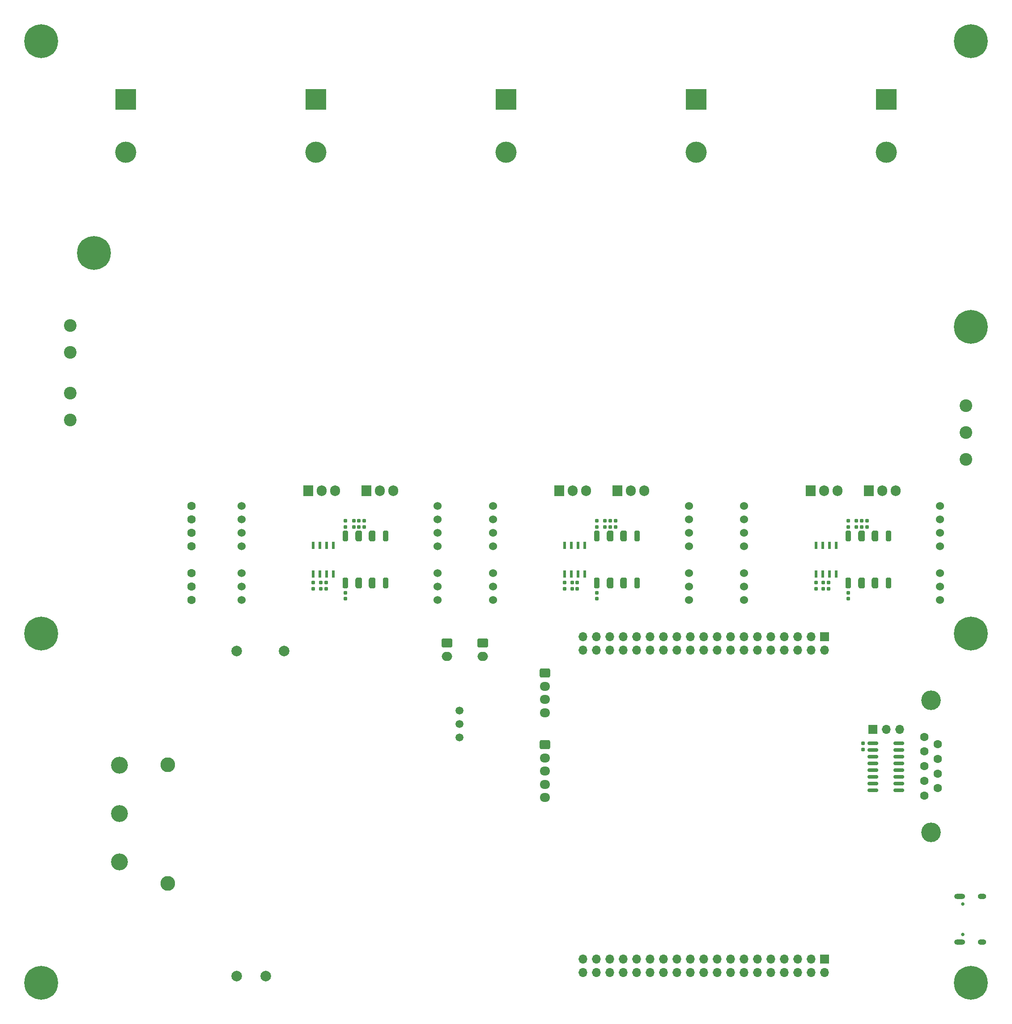
<source format=gbr>
%TF.GenerationSoftware,KiCad,Pcbnew,7.0.5-7.0.5~ubuntu22.04.1*%
%TF.CreationDate,2023-07-11T09:47:34+02:00*%
%TF.ProjectId,Inverter_KiCAD,496e7665-7274-4657-925f-4b694341442e,rev?*%
%TF.SameCoordinates,Original*%
%TF.FileFunction,Soldermask,Bot*%
%TF.FilePolarity,Negative*%
%FSLAX46Y46*%
G04 Gerber Fmt 4.6, Leading zero omitted, Abs format (unit mm)*
G04 Created by KiCad (PCBNEW 7.0.5-7.0.5~ubuntu22.04.1) date 2023-07-11 09:47:34*
%MOMM*%
%LPD*%
G01*
G04 APERTURE LIST*
G04 Aperture macros list*
%AMRoundRect*
0 Rectangle with rounded corners*
0 $1 Rounding radius*
0 $2 $3 $4 $5 $6 $7 $8 $9 X,Y pos of 4 corners*
0 Add a 4 corners polygon primitive as box body*
4,1,4,$2,$3,$4,$5,$6,$7,$8,$9,$2,$3,0*
0 Add four circle primitives for the rounded corners*
1,1,$1+$1,$2,$3*
1,1,$1+$1,$4,$5*
1,1,$1+$1,$6,$7*
1,1,$1+$1,$8,$9*
0 Add four rect primitives between the rounded corners*
20,1,$1+$1,$2,$3,$4,$5,0*
20,1,$1+$1,$4,$5,$6,$7,0*
20,1,$1+$1,$6,$7,$8,$9,0*
20,1,$1+$1,$8,$9,$2,$3,0*%
G04 Aperture macros list end*
%ADD10C,1.524000*%
%ADD11R,4.000000X4.000000*%
%ADD12C,4.000000*%
%ADD13C,1.600000*%
%ADD14R,1.905000X2.000000*%
%ADD15O,1.905000X2.000000*%
%ADD16C,2.400000*%
%ADD17C,0.800000*%
%ADD18C,6.400000*%
%ADD19C,0.650000*%
%ADD20O,2.100000X1.000000*%
%ADD21O,1.600000X1.000000*%
%ADD22RoundRect,0.250000X-0.725000X0.600000X-0.725000X-0.600000X0.725000X-0.600000X0.725000X0.600000X0*%
%ADD23O,1.950000X1.700000*%
%ADD24R,1.700000X1.700000*%
%ADD25O,1.700000X1.700000*%
%ADD26C,2.006600*%
%ADD27C,1.600200*%
%ADD28C,3.708400*%
%ADD29C,1.498600*%
%ADD30RoundRect,0.250000X-0.750000X0.600000X-0.750000X-0.600000X0.750000X-0.600000X0.750000X0.600000X0*%
%ADD31O,2.000000X1.700000*%
%ADD32C,2.800000*%
%ADD33C,3.200000*%
%ADD34RoundRect,0.155000X-0.155000X0.212500X-0.155000X-0.212500X0.155000X-0.212500X0.155000X0.212500X0*%
%ADD35RoundRect,0.160000X-0.160000X0.197500X-0.160000X-0.197500X0.160000X-0.197500X0.160000X0.197500X0*%
%ADD36R,0.508000X1.460500*%
%ADD37RoundRect,0.160000X0.160000X-0.197500X0.160000X0.197500X-0.160000X0.197500X-0.160000X-0.197500X0*%
%ADD38RoundRect,0.155000X0.155000X-0.212500X0.155000X0.212500X-0.155000X0.212500X-0.155000X-0.212500X0*%
%ADD39RoundRect,0.254000X-0.254000X-0.746000X0.254000X-0.746000X0.254000X0.746000X-0.254000X0.746000X0*%
%ADD40RoundRect,0.317500X-0.317500X-0.682500X0.317500X-0.682500X0.317500X0.682500X-0.317500X0.682500X0*%
%ADD41RoundRect,0.265000X-0.265000X-0.735000X0.265000X-0.735000X0.265000X0.735000X-0.265000X0.735000X0*%
%ADD42RoundRect,0.150000X0.825000X0.150000X-0.825000X0.150000X-0.825000X-0.150000X0.825000X-0.150000X0*%
G04 APERTURE END LIST*
D10*
%TO.C,U301*%
X122500000Y-123592500D03*
X122500000Y-121052500D03*
X122500000Y-118512500D03*
X122500000Y-113432500D03*
X122500000Y-110892500D03*
X122500000Y-108352500D03*
X122500000Y-105812500D03*
%TD*%
D11*
%TO.C,C1004*%
X89000000Y-29000000D03*
D12*
X89000000Y-39000000D03*
%TD*%
D13*
%TO.C,U701*%
X65500000Y-123592500D03*
X65500000Y-121052500D03*
X65500000Y-118512500D03*
X65500000Y-113432500D03*
X65500000Y-110892500D03*
X65500000Y-108352500D03*
X65500000Y-105812500D03*
%TD*%
D14*
%TO.C,Q202*%
X87540000Y-102940000D03*
D15*
X90080000Y-102940000D03*
X92620000Y-102940000D03*
%TD*%
D16*
%TO.C,J104*%
X212000000Y-86920000D03*
X212000000Y-92000000D03*
X212000000Y-97080000D03*
%TD*%
D14*
%TO.C,Q403*%
X193660000Y-102940000D03*
D15*
X196200000Y-102940000D03*
X198740000Y-102940000D03*
%TD*%
D17*
%TO.C,H103*%
X215400000Y-196000000D03*
X214697056Y-197697056D03*
X214697056Y-194302944D03*
X213000000Y-198400000D03*
D18*
X213000000Y-196000000D03*
D17*
X213000000Y-193600000D03*
X211302944Y-197697056D03*
X211302944Y-194302944D03*
X210600000Y-196000000D03*
%TD*%
%TO.C,H108*%
X44600000Y-58000000D03*
X45302944Y-56302944D03*
X45302944Y-59697056D03*
X47000000Y-55600000D03*
D18*
X47000000Y-58000000D03*
D17*
X47000000Y-60400000D03*
X48697056Y-56302944D03*
X48697056Y-59697056D03*
X49400000Y-58000000D03*
%TD*%
%TO.C,H107*%
X210600000Y-72000000D03*
X211302944Y-70302944D03*
X211302944Y-73697056D03*
X213000000Y-69600000D03*
D18*
X213000000Y-72000000D03*
D17*
X213000000Y-74400000D03*
X214697056Y-70302944D03*
X214697056Y-73697056D03*
X215400000Y-72000000D03*
%TD*%
D19*
%TO.C,J801*%
X211400000Y-186890000D03*
X211400000Y-181110000D03*
D20*
X210870000Y-188320000D03*
D21*
X215050000Y-188320000D03*
D20*
X210870000Y-179680000D03*
D21*
X215050000Y-179680000D03*
%TD*%
D22*
%TO.C,J802*%
X132400000Y-151000000D03*
D23*
X132400000Y-153500000D03*
X132400000Y-156000000D03*
X132400000Y-158500000D03*
X132400000Y-161000000D03*
%TD*%
D14*
%TO.C,Q303*%
X146100000Y-102940000D03*
D15*
X148640000Y-102940000D03*
X151180000Y-102940000D03*
%TD*%
D11*
%TO.C,C1003*%
X125000000Y-29000000D03*
D12*
X125000000Y-39000000D03*
%TD*%
D24*
%TO.C,J101*%
X185260000Y-130570000D03*
D25*
X185260000Y-133110000D03*
X182720000Y-130570000D03*
X182720000Y-133110000D03*
X180180000Y-130570000D03*
X180180000Y-133110000D03*
X177640000Y-130570000D03*
X177640000Y-133110000D03*
X175100000Y-130570000D03*
X175100000Y-133110000D03*
X172560000Y-130570000D03*
X172560000Y-133110000D03*
X170020000Y-130570000D03*
X170020000Y-133110000D03*
X167480000Y-130570000D03*
X167480000Y-133110000D03*
X164940000Y-130570000D03*
X164940000Y-133110000D03*
X162400000Y-130570000D03*
X162400000Y-133110000D03*
X159860000Y-130570000D03*
X159860000Y-133110000D03*
X157320000Y-130570000D03*
X157320000Y-133110000D03*
X154780000Y-130570000D03*
X154780000Y-133110000D03*
X152240000Y-130570000D03*
X152240000Y-133110000D03*
X149700000Y-130570000D03*
X149700000Y-133110000D03*
X147160000Y-130570000D03*
X147160000Y-133110000D03*
X144620000Y-130570000D03*
X144620000Y-133110000D03*
X142080000Y-130570000D03*
X142080000Y-133110000D03*
X139540000Y-130570000D03*
X139540000Y-133110000D03*
%TD*%
D17*
%TO.C,H102*%
X34600000Y-130000000D03*
X35302944Y-128302944D03*
X35302944Y-131697056D03*
X37000000Y-127600000D03*
D18*
X37000000Y-130000000D03*
D17*
X37000000Y-132400000D03*
X38697056Y-128302944D03*
X38697056Y-131697056D03*
X39400000Y-130000000D03*
%TD*%
D26*
%TO.C,U501*%
X74000000Y-194750000D03*
X79499999Y-194750000D03*
X83000000Y-133249996D03*
X74000000Y-133249996D03*
%TD*%
D14*
%TO.C,Q203*%
X98540000Y-102940000D03*
D15*
X101080000Y-102940000D03*
X103620000Y-102940000D03*
%TD*%
D14*
%TO.C,Q402*%
X182660000Y-102940000D03*
D15*
X185200000Y-102940000D03*
X187740000Y-102940000D03*
%TD*%
D17*
%TO.C,H104*%
X210600000Y-130000000D03*
X211302944Y-128302944D03*
X211302944Y-131697056D03*
X213000000Y-127600000D03*
D18*
X213000000Y-130000000D03*
D17*
X213000000Y-132400000D03*
X214697056Y-128302944D03*
X214697056Y-131697056D03*
X215400000Y-130000000D03*
%TD*%
D24*
%TO.C,J1302*%
X194400000Y-148100000D03*
D25*
X196940000Y-148100000D03*
X199480000Y-148100000D03*
%TD*%
D16*
%TO.C,J102*%
X42525000Y-76825000D03*
X42525000Y-71745000D03*
%TD*%
D27*
%TO.C,J1301*%
X204160000Y-149515000D03*
X204160000Y-152285000D03*
X204160000Y-155054999D03*
X204160000Y-157824999D03*
X204160000Y-160594998D03*
X206700000Y-150900000D03*
X206700000Y-153670000D03*
X206700000Y-156439999D03*
X206700000Y-159209999D03*
D28*
X205430000Y-167549998D03*
X205430000Y-142560000D03*
%TD*%
D11*
%TO.C,C1002*%
X161000000Y-29000000D03*
D12*
X161000000Y-39000000D03*
%TD*%
D29*
%TO.C,U502*%
X116154000Y-144560000D03*
X116154000Y-147100000D03*
X116154000Y-149640000D03*
%TD*%
D30*
%TO.C,J1102*%
X113800000Y-131800000D03*
D31*
X113800000Y-134300000D03*
%TD*%
D22*
%TO.C,J804*%
X132400000Y-137462500D03*
D23*
X132400000Y-139962500D03*
X132400000Y-142462500D03*
X132400000Y-144962500D03*
%TD*%
D32*
%TO.C,F501*%
X61000000Y-177250000D03*
X61000000Y-154750000D03*
%TD*%
D33*
%TO.C,J501*%
X51825000Y-173140000D03*
X51825000Y-164000000D03*
X51825000Y-154860000D03*
%TD*%
D14*
%TO.C,Q302*%
X135100000Y-102940000D03*
D15*
X137640000Y-102940000D03*
X140180000Y-102940000D03*
%TD*%
D30*
%TO.C,J1101*%
X120600000Y-131800000D03*
D31*
X120600000Y-134300000D03*
%TD*%
D17*
%TO.C,H101*%
X34600000Y-196000000D03*
X35302944Y-194302944D03*
X35302944Y-197697056D03*
X37000000Y-193600000D03*
D18*
X37000000Y-196000000D03*
D17*
X37000000Y-198400000D03*
X38697056Y-194302944D03*
X38697056Y-197697056D03*
X39400000Y-196000000D03*
%TD*%
D24*
%TO.C,J103*%
X185260000Y-191530000D03*
D25*
X185260000Y-194070000D03*
X182720000Y-191530000D03*
X182720000Y-194070000D03*
X180180000Y-191530000D03*
X180180000Y-194070000D03*
X177640000Y-191530000D03*
X177640000Y-194070000D03*
X175100000Y-191530000D03*
X175100000Y-194070000D03*
X172560000Y-191530000D03*
X172560000Y-194070000D03*
X170020000Y-191530000D03*
X170020000Y-194070000D03*
X167480000Y-191530000D03*
X167480000Y-194070000D03*
X164940000Y-191530000D03*
X164940000Y-194070000D03*
X162400000Y-191530000D03*
X162400000Y-194070000D03*
X159860000Y-191530000D03*
X159860000Y-194070000D03*
X157320000Y-191530000D03*
X157320000Y-194070000D03*
X154780000Y-191530000D03*
X154780000Y-194070000D03*
X152240000Y-191530000D03*
X152240000Y-194070000D03*
X149700000Y-191530000D03*
X149700000Y-194070000D03*
X147160000Y-191530000D03*
X147160000Y-194070000D03*
X144620000Y-191530000D03*
X144620000Y-194070000D03*
X142080000Y-191530000D03*
X142080000Y-194070000D03*
X139540000Y-191530000D03*
X139540000Y-194070000D03*
%TD*%
D10*
%TO.C,U302*%
X159600000Y-105812500D03*
X159600000Y-108352500D03*
X159600000Y-110892500D03*
X159600000Y-113432500D03*
X159600000Y-118512500D03*
X159600000Y-121052500D03*
X159600000Y-123592500D03*
%TD*%
%TO.C,U202*%
X112040000Y-123592500D03*
X112040000Y-121052500D03*
X112040000Y-118512500D03*
X112040000Y-113432500D03*
X112040000Y-110892500D03*
X112040000Y-108352500D03*
X112040000Y-105812500D03*
%TD*%
D11*
%TO.C,C1001*%
X197000000Y-29000000D03*
D12*
X197000000Y-39000000D03*
%TD*%
D10*
%TO.C,U201*%
X74940000Y-123592500D03*
X74940000Y-121052500D03*
X74940000Y-118512500D03*
X74940000Y-113432500D03*
X74940000Y-110892500D03*
X74940000Y-108352500D03*
X74940000Y-105812500D03*
%TD*%
D11*
%TO.C,C1005*%
X53000000Y-29000000D03*
D12*
X53000000Y-39000000D03*
%TD*%
D10*
%TO.C,U402*%
X207160000Y-123592500D03*
X207160000Y-121052500D03*
X207160000Y-118512500D03*
X207160000Y-113432500D03*
X207160000Y-110892500D03*
X207160000Y-108352500D03*
X207160000Y-105812500D03*
%TD*%
D17*
%TO.C,H105*%
X34600000Y-18000000D03*
X35302944Y-16302944D03*
X35302944Y-19697056D03*
X37000000Y-15600000D03*
D18*
X37000000Y-18000000D03*
D17*
X37000000Y-20400000D03*
X38697056Y-16302944D03*
X38697056Y-19697056D03*
X39400000Y-18000000D03*
%TD*%
D10*
%TO.C,U401*%
X170060000Y-123592500D03*
X170060000Y-121052500D03*
X170060000Y-118512500D03*
X170060000Y-113432500D03*
X170060000Y-110892500D03*
X170060000Y-108352500D03*
X170060000Y-105812500D03*
%TD*%
D17*
%TO.C,H106*%
X210600000Y-18000000D03*
X211302944Y-16302944D03*
X211302944Y-19697056D03*
X213000000Y-15600000D03*
D18*
X213000000Y-18000000D03*
D17*
X213000000Y-20400000D03*
X214697056Y-16302944D03*
X214697056Y-19697056D03*
X215400000Y-18000000D03*
%TD*%
D16*
%TO.C,J901*%
X42525000Y-84545000D03*
X42525000Y-89625000D03*
%TD*%
D34*
%TO.C,C410*%
X185060000Y-121487500D03*
X185060000Y-120352500D03*
%TD*%
D35*
%TO.C,R205*%
X96170000Y-108642500D03*
X96170000Y-109837500D03*
%TD*%
D36*
%TO.C,U204*%
X88540000Y-113275850D03*
X89810000Y-113275850D03*
X91080000Y-113275850D03*
X92350000Y-113275850D03*
X92350000Y-118724150D03*
X91080000Y-118724150D03*
X89810000Y-118724150D03*
X88540000Y-118724150D03*
%TD*%
D34*
%TO.C,C211*%
X90940000Y-120352500D03*
X90940000Y-121487500D03*
%TD*%
D36*
%TO.C,U404*%
X183660000Y-113275850D03*
X184930000Y-113275850D03*
X186200000Y-113275850D03*
X187470000Y-113275850D03*
X187470000Y-118724150D03*
X186200000Y-118724150D03*
X184930000Y-118724150D03*
X183660000Y-118724150D03*
%TD*%
D34*
%TO.C,C311*%
X138500000Y-120352500D03*
X138500000Y-121487500D03*
%TD*%
%TO.C,C210*%
X89940000Y-120352500D03*
X89940000Y-121487500D03*
%TD*%
D37*
%TO.C,R206*%
X98170000Y-109837500D03*
X98170000Y-108642500D03*
%TD*%
D38*
%TO.C,C205*%
X97170000Y-109807500D03*
X97170000Y-108672500D03*
%TD*%
D34*
%TO.C,C308*%
X142190000Y-122272500D03*
X142190000Y-123407500D03*
%TD*%
%TO.C,C408*%
X189750000Y-122272500D03*
X189750000Y-123407500D03*
%TD*%
D39*
%TO.C,U403*%
X189750000Y-111550000D03*
D40*
X192290000Y-111550000D03*
X194830000Y-111550000D03*
D39*
X197370000Y-111550000D03*
X197370000Y-120450000D03*
D40*
X194830000Y-120450000D03*
X192290000Y-120450000D03*
D41*
X189750000Y-120450000D03*
%TD*%
D35*
%TO.C,R305*%
X143730000Y-108642500D03*
X143730000Y-109837500D03*
%TD*%
D34*
%TO.C,C209*%
X88545000Y-120352500D03*
X88545000Y-121487500D03*
%TD*%
D37*
%TO.C,R306*%
X145730000Y-109837500D03*
X145730000Y-108642500D03*
%TD*%
D38*
%TO.C,C307*%
X142190000Y-109807500D03*
X142190000Y-108672500D03*
%TD*%
%TO.C,C305*%
X144730000Y-109807500D03*
X144730000Y-108672500D03*
%TD*%
D34*
%TO.C,C1301*%
X192600000Y-151900000D03*
X192600000Y-150765000D03*
%TD*%
D38*
%TO.C,C407*%
X189750000Y-109807500D03*
X189750000Y-108672500D03*
%TD*%
D35*
%TO.C,R405*%
X191290000Y-108642500D03*
X191290000Y-109837500D03*
%TD*%
D38*
%TO.C,C405*%
X192290000Y-109807500D03*
X192290000Y-108672500D03*
%TD*%
D36*
%TO.C,U304*%
X136100000Y-113275850D03*
X137370000Y-113275850D03*
X138640000Y-113275850D03*
X139910000Y-113275850D03*
X139910000Y-118724150D03*
X138640000Y-118724150D03*
X137370000Y-118724150D03*
X136100000Y-118724150D03*
%TD*%
D39*
%TO.C,U203*%
X94630000Y-111550000D03*
D40*
X97170000Y-111550000D03*
X99710000Y-111550000D03*
D39*
X102250000Y-111550000D03*
X102250000Y-120450000D03*
D40*
X99710000Y-120450000D03*
X97170000Y-120450000D03*
D41*
X94630000Y-120450000D03*
%TD*%
D34*
%TO.C,C310*%
X137500000Y-120352500D03*
X137500000Y-121487500D03*
%TD*%
D37*
%TO.C,R406*%
X193290000Y-109837500D03*
X193290000Y-108642500D03*
%TD*%
D34*
%TO.C,C309*%
X136105000Y-120352500D03*
X136105000Y-121487500D03*
%TD*%
D39*
%TO.C,U303*%
X142190000Y-111550000D03*
D40*
X144730000Y-111550000D03*
X147270000Y-111550000D03*
D39*
X149810000Y-111550000D03*
X149810000Y-120450000D03*
D40*
X147270000Y-120450000D03*
X144730000Y-120450000D03*
D41*
X142190000Y-120450000D03*
%TD*%
D34*
%TO.C,C409*%
X183665000Y-120352500D03*
X183665000Y-121487500D03*
%TD*%
%TO.C,C208*%
X94630000Y-122272500D03*
X94630000Y-123407500D03*
%TD*%
D42*
%TO.C,U1301*%
X199375000Y-150755000D03*
X199375000Y-152025000D03*
X199375000Y-153295000D03*
X199375000Y-154565000D03*
X199375000Y-155835000D03*
X199375000Y-157105000D03*
X199375000Y-158375000D03*
X199375000Y-159645000D03*
X194425000Y-159645000D03*
X194425000Y-158375000D03*
X194425000Y-157105000D03*
X194425000Y-155835000D03*
X194425000Y-154565000D03*
X194425000Y-153295000D03*
X194425000Y-152025000D03*
X194425000Y-150755000D03*
%TD*%
D34*
%TO.C,C411*%
X186060000Y-120352500D03*
X186060000Y-121487500D03*
%TD*%
D38*
%TO.C,C207*%
X94630000Y-109807500D03*
X94630000Y-108672500D03*
%TD*%
M02*

</source>
